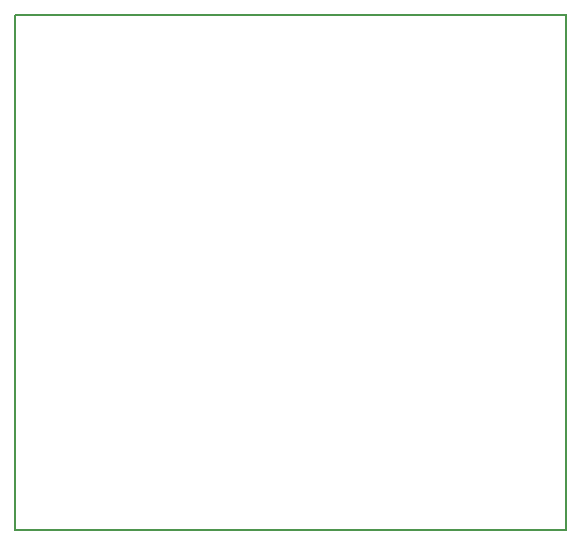
<source format=gbr>
G04 #@! TF.FileFunction,Profile,NP*
%FSLAX46Y46*%
G04 Gerber Fmt 4.6, Leading zero omitted, Abs format (unit mm)*
G04 Created by KiCad (PCBNEW 4.0.0-rc2-stable) date 7/27/2016 7:09:46 AM*
%MOMM*%
G01*
G04 APERTURE LIST*
%ADD10C,0.100000*%
%ADD11C,0.150000*%
G04 APERTURE END LIST*
D10*
D11*
X165560000Y-80050000D02*
X166050000Y-80050000D01*
X165600000Y-79950000D02*
X165600000Y-80030000D01*
X166090000Y-123660000D02*
X166090000Y-79950000D01*
X119420000Y-123660000D02*
X166090000Y-123660000D01*
X119420000Y-123090000D02*
X119420000Y-123660000D01*
X119420000Y-80030000D02*
X119420000Y-123170000D01*
X120010000Y-80030000D02*
X119420000Y-80030000D01*
X119920000Y-80030000D02*
X165640000Y-80030000D01*
M02*

</source>
